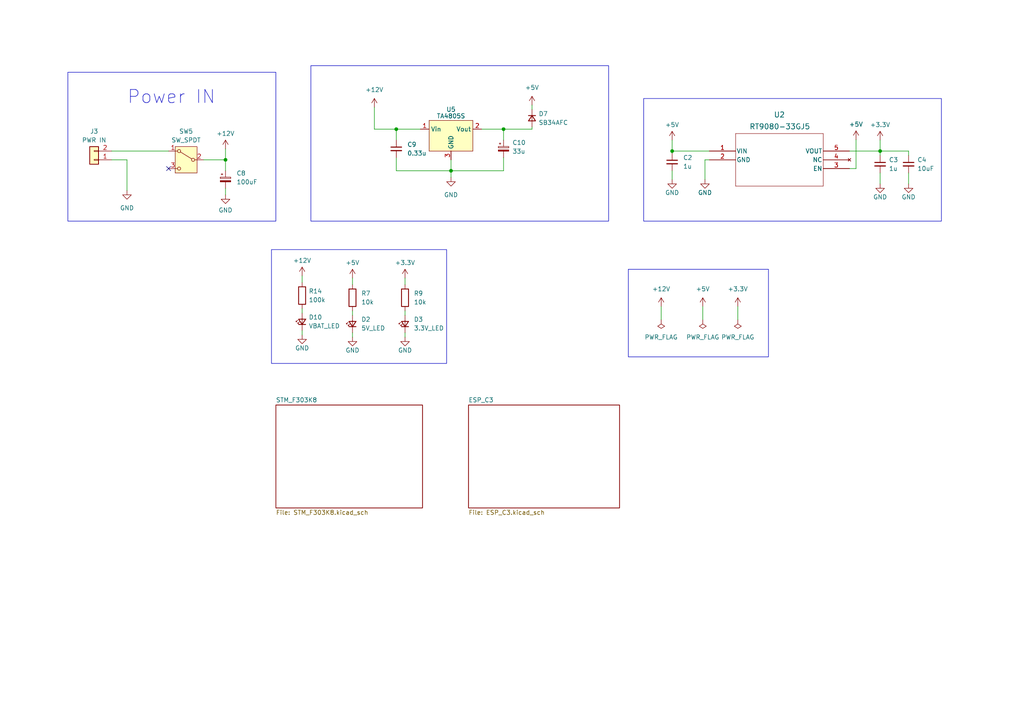
<source format=kicad_sch>
(kicad_sch (version 20230121) (generator eeschema)
  (paper "A4")
  (lib_symbols
    (symbol "Connector_Generic:Conn_01x02" (pin_names (offset 1.016) hide)
      (property "Reference" "J" (at 0 2.54 0))
      (property "Value" "Conn_01x02" (at 0 -5.08 0))
      (symbol "Conn_01x02_1_1"
        (rectangle (start -1.27 -2.413) (end 0 -2.667) (stroke (width 0.1524)))
        (rectangle (start -1.27 0.127) (end 0 -0.127) (stroke (width 0.1524)))
        (rectangle (start -1.27 1.27) (end 1.27 -3.81) (stroke (width 0.254)) (fill (type background)))
        (pin passive line (at -5.08 0 0) (length 3.81) (name "Pin_1") (number "1"))
        (pin passive line (at -5.08 -2.54 0) (length 3.81) (name "Pin_2") (number "2"))
      )
    )
    (symbol "Device:C_Polarized_Small" (pin_numbers hide) (pin_names (offset 0.254) hide)
      (property "Reference" "C" (at 0.254 1.778 0))
      (property "Value" "C_Polarized_Small" (at 0.254 -2.032 0))
      (symbol "C_Polarized_Small_0_1"
        (rectangle (start -1.524 -0.3048) (end 1.524 -0.6858) (fill (type outline)))
        (rectangle (start -1.524 0.6858) (end 1.524 0.3048))
        (polyline (pts (xy -1.27 1.524) (xy -0.762 1.524)))
        (polyline (pts (xy -1.016 1.27) (xy -1.016 1.778)))
      )
      (symbol "C_Polarized_Small_1_1"
        (pin passive line (at 0 2.54 270) (length 1.8542) (name "~") (number "1"))
        (pin passive line (at 0 -2.54 90) (length 1.8542) (name "~") (number "2"))
      )
    )
    (symbol "Device:C_Small" (pin_numbers hide) (pin_names (offset 0.254) hide)
      (property "Reference" "C" (at 0.254 1.778 0))
      (property "Value" "C_Small" (at 0.254 -2.032 0))
      (symbol "C_Small_0_1"
        (polyline (pts (xy -1.524 -0.508) (xy 1.524 -0.508)) (stroke (width 0.3302)))
        (polyline (pts (xy -1.524 0.508) (xy 1.524 0.508)) (stroke (width 0.3048)))
      )
      (symbol "C_Small_1_1"
        (pin passive line (at 0 2.54 270) (length 2.032) (name "~") (number "1"))
        (pin passive line (at 0 -2.54 90) (length 2.032) (name "~") (number "2"))
      )
    )
    (symbol "Device:D_Small" (pin_numbers hide) (pin_names (offset 0.254) hide)
      (property "Reference" "D" (at -1.27 2.032 0))
      (property "Value" "D_Small" (at -3.81 -2.032 0))
      (symbol "D_Small_0_1"
        (polyline (pts (xy -0.762 -1.016) (xy -0.762 1.016)) (stroke (width 0.254)))
        (polyline (pts (xy -0.762 0) (xy 0.762 0)))
        (polyline (pts (xy 0.762 -1.016) (xy -0.762 0) (xy 0.762 1.016) (xy 0.762 -1.016)) (stroke (width 0.254)))
      )
      (symbol "D_Small_1_1"
        (pin passive line (at -2.54 0 0) (length 1.778) (name "K") (number "1"))
        (pin passive line (at 2.54 0 180) (length 1.778) (name "A") (number "2"))
      )
    )
    (symbol "Device:LED_Small" (pin_numbers hide) (pin_names (offset 0.254) hide)
      (property "Reference" "D" (at -1.27 3.175 0))
      (property "Value" "LED_Small" (at -4.445 -2.54 0))
      (symbol "LED_Small_0_1"
        (polyline (pts (xy -0.762 -1.016) (xy -0.762 1.016)) (stroke (width 0.254)))
        (polyline (pts (xy 1.016 0) (xy -0.762 0)))
        (polyline (pts (xy 0.762 -1.016) (xy -0.762 0) (xy 0.762 1.016) (xy 0.762 -1.016)) (stroke (width 0.254)))
        (polyline (pts (xy 0 0.762) (xy -0.508 1.27) (xy -0.254 1.27) (xy -0.508 1.27) (xy -0.508 1.016)))
        (polyline (pts (xy 0.508 1.27) (xy 0 1.778) (xy 0.254 1.778) (xy 0 1.778) (xy 0 1.524)))
      )
      (symbol "LED_Small_1_1"
        (pin passive line (at -2.54 0 0) (length 1.778) (name "K") (number "1"))
        (pin passive line (at 2.54 0 180) (length 1.778) (name "A") (number "2"))
      )
    )
    (symbol "Device:R" (pin_numbers hide) (pin_names (offset 0))
      (property "Reference" "R" (at 2.032 0 90))
      (property "Value" "R" (at 0 0 90))
      (symbol "R_0_1"
        (rectangle (start -1.016 -2.54) (end 1.016 2.54) (stroke (width 0.254)))
      )
      (symbol "R_1_1"
        (pin passive line (at 0 3.81 270) (length 1.27) (name "~") (number "1"))
        (pin passive line (at 0 -3.81 90) (length 1.27) (name "~") (number "2"))
      )
    )
    (symbol "New_Library:TA4805S"
      (property "Reference" "U" (at 2.54 3.81 0))
      (symbol "TA4805S_0_0"
        (pin passive line (at -6.35 0 0) (length 2.54) (name "Vin") (number "1"))
        (pin passive line (at 11.43 0 180) (length 2.54) (name "Vout") (number "2"))
        (pin passive line (at 2.54 -8.89 90) (length 2.54) (name "GND") (number "3"))
      )
      (symbol "TA4805S_1_1"
        (rectangle (start -3.81 2.54) (end 8.89 -6.35) (fill (type background)))
      )
    )
    (symbol "RT9080:RT9080-33GJ5" (pin_names (offset 0.254))
      (property "Reference" "U" (at 20.32 10.16 0))
      (property "Value" "RT9080-33GJ5" (at 20.32 7.62 0))
      (symbol "RT9080-33GJ5_0_1"
        (polyline (pts (xy 7.62 -10.16) (xy 33.02 -10.16)) (stroke (width 0.127)))
        (polyline (pts (xy 7.62 5.08) (xy 7.62 -10.16)) (stroke (width 0.127)))
        (polyline (pts (xy 33.02 -10.16) (xy 33.02 5.08)) (stroke (width 0.127)))
        (polyline (pts (xy 33.02 5.08) (xy 7.62 5.08)) (stroke (width 0.127)))
        (pin power_in line (at 0 0 0) (length 7.62) (name "VIN") (number "1"))
        (pin power_out line (at 0 -2.54 0) (length 7.62) (name "GND") (number "2"))
        (pin input line (at 40.64 -5.08 180) (length 7.62) (name "EN") (number "3"))
        (pin no_connect line (at 40.64 -2.54 180) (length 7.62) (name "NC") (number "4"))
        (pin output line (at 40.64 0 180) (length 7.62) (name "VOUT") (number "5"))
      )
    )
    (symbol "Switch:SW_SPDT" (pin_names (offset 0) hide)
      (property "Reference" "SW" (at 0 5.08 0))
      (property "Value" "SW_SPDT" (at 0 -5.08 0))
      (symbol "SW_SPDT_0_1"
        (circle (center -2.032 0) (radius 0.4572))
        (polyline (pts (xy -1.651 0.254) (xy 1.651 2.286)))
        (circle (center 2.032 -2.54) (radius 0.4572))
        (circle (center 2.032 2.54) (radius 0.4572))
      )
      (symbol "SW_SPDT_1_1"
        (rectangle (start -3.175 3.81) (end 3.175 -3.81) (fill (type background)))
        (pin passive line (at 5.08 2.54 180) (length 2.54) (name "A") (number "1"))
        (pin passive line (at -5.08 0 0) (length 2.54) (name "B") (number "2"))
        (pin passive line (at 5.08 -2.54 180) (length 2.54) (name "C") (number "3"))
      )
    )
    (symbol "power:+12V" (power) (pin_names (offset 0))
      (property "Value" "+12V" (at 0 3.556 0))
      (symbol "+12V_0_1"
        (polyline (pts (xy -0.762 1.27) (xy 0 2.54)))
        (polyline (pts (xy 0 0) (xy 0 2.54)))
        (polyline (pts (xy 0 2.54) (xy 0.762 1.27)))
      )
      (symbol "+12V_1_1"
        (pin power_in line (at 0 0 90) (length 0) hide (name "+12V") (number "1"))
      )
    )
    (symbol "power:+3.3V" (power) (pin_names (offset 0))
      (property "Value" "+3.3V" (at 0 3.556 0))
      (symbol "+3.3V_0_1"
        (polyline (pts (xy -0.762 1.27) (xy 0 2.54)))
        (polyline (pts (xy 0 0) (xy 0 2.54)))
        (polyline (pts (xy 0 2.54) (xy 0.762 1.27)))
      )
      (symbol "+3.3V_1_1"
        (pin power_in line (at 0 0 90) (length 0) hide (name "+3.3V") (number "1"))
      )
    )
    (symbol "power:+5V" (power) (pin_names (offset 0))
      (property "Value" "+5V" (at 0 3.556 0))
      (symbol "+5V_0_1"
        (polyline (pts (xy -0.762 1.27) (xy 0 2.54)))
        (polyline (pts (xy 0 0) (xy 0 2.54)))
        (polyline (pts (xy 0 2.54) (xy 0.762 1.27)))
      )
      (symbol "+5V_1_1"
        (pin power_in line (at 0 0 90) (length 0) hide (name "+5V") (number "1"))
      )
    )
    (symbol "power:GND" (power) (pin_names (offset 0))
      (property "Value" "GND" (at 0 -3.81 0))
      (symbol "GND_0_1"
        (polyline (pts (xy 0 0) (xy 0 -1.27) (xy 1.27 -1.27) (xy 0 -2.54) (xy -1.27 -1.27) (xy 0 -1.27)))
      )
      (symbol "GND_1_1"
        (pin power_in line (at 0 0 270) (length 0) hide (name "GND") (number "1"))
      )
    )
    (symbol "power:PWR_FLAG" (power) (pin_numbers hide) (pin_names (offset 0) hide)
      (property "Value" "PWR_FLAG" (at 0 3.81 0))
      (symbol "PWR_FLAG_0_0"
        (pin power_out line (at 0 0 90) (length 0) (name "pwr") (number "1"))
      )
      (symbol "PWR_FLAG_0_1"
        (polyline (pts (xy 0 0) (xy 0 1.27) (xy -1.016 1.905) (xy 0 2.54) (xy 1.016 1.905) (xy 0 1.27)))
      )
    )
  )
  (junction (at 194.945 43.815))
  (junction (at 255.27 43.815))
  (junction (at 146.05 37.465))
  (junction (at 114.935 37.465))
  (junction (at 130.81 49.53))
  (junction (at 65.405 46.355))
  (no_connect (at 48.895 48.895))
  (wire (pts (xy 246.38 48.895) (xy 248.285 48.895)))
  (wire (pts (xy 154.305 30.48) (xy 154.305 31.75)))
  (wire (pts (xy 32.385 46.355) (xy 36.83 46.355)))
  (wire (pts (xy 102.235 80.645) (xy 102.235 82.55)))
  (wire (pts (xy 87.63 95.885) (xy 87.63 97.155)))
  (wire (pts (xy 263.525 45.085) (xy 263.525 43.815)))
  (wire (pts (xy 32.385 43.815) (xy 48.895 43.815)))
  (wire (pts (xy 87.63 89.535) (xy 87.63 90.805)))
  (wire (pts (xy 194.945 43.815) (xy 194.945 44.45)))
  (wire (pts (xy 146.05 45.72) (xy 146.05 49.53)))
  (wire (pts (xy 114.935 45.72) (xy 114.935 49.53)))
  (wire (pts (xy 117.475 90.17) (xy 117.475 91.44)))
  (wire (pts (xy 255.27 43.815) (xy 255.27 40.64)))
  (wire (pts (xy 102.235 90.17) (xy 102.235 91.44)))
  (wire (pts (xy 130.81 51.435) (xy 130.81 49.53)))
  (wire (pts (xy 146.05 49.53) (xy 130.81 49.53)))
  (wire (pts (xy 204.47 52.07) (xy 204.47 46.355)))
  (wire (pts (xy 204.47 46.355) (xy 205.74 46.355)))
  (wire (pts (xy 117.475 80.645) (xy 117.475 82.55)))
  (wire (pts (xy 146.05 37.465) (xy 139.7 37.465)))
  (wire (pts (xy 108.585 37.465) (xy 114.935 37.465)))
  (wire (pts (xy 255.27 43.815) (xy 255.27 45.085)))
  (wire (pts (xy 213.995 92.71) (xy 213.995 88.9)))
  (wire (pts (xy 255.27 50.165) (xy 255.27 53.34)))
  (wire (pts (xy 114.935 37.465) (xy 121.92 37.465)))
  (wire (pts (xy 102.235 96.52) (xy 102.235 97.79)))
  (wire (pts (xy 130.81 49.53) (xy 130.81 46.355)))
  (wire (pts (xy 194.945 49.53) (xy 194.945 52.07)))
  (wire (pts (xy 146.05 37.465) (xy 146.05 40.64)))
  (wire (pts (xy 194.945 40.64) (xy 194.945 43.815)))
  (wire (pts (xy 114.935 37.465) (xy 114.935 40.64)))
  (wire (pts (xy 117.475 96.52) (xy 117.475 97.79)))
  (wire (pts (xy 65.405 56.515) (xy 65.405 54.61)))
  (wire (pts (xy 248.285 40.513) (xy 248.285 48.895)))
  (wire (pts (xy 255.27 43.815) (xy 263.525 43.815)))
  (wire (pts (xy 194.945 43.815) (xy 205.74 43.815)))
  (wire (pts (xy 65.405 46.355) (xy 65.405 49.53)))
  (wire (pts (xy 154.305 37.465) (xy 146.05 37.465)))
  (wire (pts (xy 36.83 46.355) (xy 36.83 55.245)))
  (wire (pts (xy 246.38 43.815) (xy 255.27 43.815)))
  (wire (pts (xy 263.525 50.165) (xy 263.525 53.34)))
  (wire (pts (xy 154.305 36.83) (xy 154.305 37.465)))
  (wire (pts (xy 108.585 31.115) (xy 108.585 37.465)))
  (wire (pts (xy 203.835 88.9) (xy 203.835 92.71)))
  (wire (pts (xy 191.77 92.71) (xy 191.77 88.9)))
  (wire (pts (xy 114.935 49.53) (xy 130.81 49.53)))
  (wire (pts (xy 65.405 43.18) (xy 65.405 46.355)))
  (wire (pts (xy 59.055 46.355) (xy 65.405 46.355)))
  (wire (pts (xy 87.63 81.915) (xy 87.63 80.01)))
  (rectangle (start 19.685 20.955) (end 80.01 64.135))
  (rectangle (start 182.245 78.105) (end 222.885 103.505))
  (rectangle (start 186.69 28.575) (end 273.05 64.135))
  (rectangle (start 90.17 19.05) (end 176.53 64.135))
  (rectangle (start 78.74 72.39) (end 129.54 105.41))
  (text "Power IN" (at 36.83 30.48 0) (effects (font (size 3.81 3.81)) (justify left bottom)))
  (symbol (lib_id "power:+3.3V") (at 255.27 40.64 0) (unit 1)
    (property "Reference" "#PWR013" (effects hide))
    (property "Value" "+3.3V" (at 255.27 36.195 0))
  )
  (symbol (lib_id "power:PWR_FLAG") (at 191.77 92.71 180) (unit 1)
    (property "Reference" "#FLG04" (effects hide))
    (property "Value" "PWR_FLAG" (at 191.77 97.79 0))
  )
  (symbol (lib_id "power:PWR_FLAG") (at 213.995 92.71 180) (unit 1)
    (property "Reference" "#FLG03" (effects hide))
    (property "Value" "PWR_FLAG" (at 213.995 97.79 0))
  )
  (symbol (lib_id "power:GND") (at 255.27 53.34 0) (unit 1)
    (property "Reference" "#PWR014" (effects hide))
    (property "Value" "GND" (at 255.27 57.15 0))
  )
  (symbol (lib_id "power:GND") (at 87.63 97.155 0) (unit 1)
    (property "Reference" "#PWR030" (effects hide))
    (property "Value" "GND" (at 87.63 100.965 0))
  )
  (symbol (lib_id "Device:C_Polarized_Small") (at 65.405 52.07 0) (unit 1)
    (property "Reference" "C8" (at 68.58 50.2539 0) (effects (justify left)))
    (property "Value" "100uF" (at 68.58 52.7939 0) (effects (justify left)))
    (property "Footprint" "Capacitor_THT:CP_Radial_D5.0mm_P2.00mm" (effects hide))
  )
  (symbol (lib_id "power:GND") (at 102.235 97.79 0) (unit 1)
    (property "Reference" "#PWR028" (effects hide))
    (property "Value" "GND" (at 102.235 101.6 0))
  )
  (symbol (lib_id "RT9080:RT9080-33GJ5") (at 205.74 43.815 0) (unit 1)
    (property "Reference" "U2" (at 226.06 33.274 0) (effects (font (size 1.524 1.524))))
    (property "Value" "RT9080-33GJ5" (at 226.187 36.703 0) (effects (font (size 1.524 1.524))))
    (property "Footprint" "Library:RT9080-33GJ5" (effects hide))
    (property "Datasheet" "RT9080-33GJ5" (effects hide))
  )
  (symbol (lib_id "power:+5V") (at 102.235 80.645 0) (unit 1)
    (property "Reference" "#PWR027" (effects hide))
    (property "Value" "+5V" (at 102.235 76.2 0))
  )
  (symbol (lib_id "Device:C_Small") (at 194.945 46.99 0) (unit 1)
    (property "Reference" "C2" (at 198.12 45.7263 0) (effects (justify left)))
    (property "Value" "1u" (at 198.12 48.2663 0) (effects (justify left)))
    (property "Footprint" "Capacitor_SMD:C_0603_1608Metric_Pad1.08x0.95mm_HandSolder" (effects hide))
  )
  (symbol (lib_id "power:+12V") (at 87.63 80.01 0) (unit 1)
    (property "Reference" "#PWR053" (effects hide))
    (property "Value" "+12V" (at 87.63 75.565 0))
  )
  (symbol (lib_id "power:GND") (at 204.47 52.07 0) (unit 1)
    (property "Reference" "#PWR011" (effects hide))
    (property "Value" "GND" (at 204.47 55.88 0))
  )
  (symbol (lib_id "Device:LED_Small") (at 117.475 93.98 90) (unit 1)
    (property "Reference" "D3" (at 120.015 92.6465 90) (effects (justify right)))
    (property "Value" "3.3V_LED" (at 120.015 95.1865 90) (effects (justify right)))
    (property "Footprint" "LED_SMD:LED_0603_1608Metric_Pad1.05x0.95mm_HandSolder" (effects hide))
  )
  (symbol (lib_id "Device:C_Small") (at 263.525 47.625 0) (unit 1)
    (property "Reference" "C4" (at 266.065 46.355 0) (effects (justify left)))
    (property "Value" "10uF" (at 266.065 48.895 0) (effects (justify left)))
    (property "Footprint" "Capacitor_SMD:C_0805_2012Metric_Pad1.18x1.45mm_HandSolder" (effects hide))
  )
  (symbol (lib_id "power:+3.3V") (at 117.475 80.645 0) (unit 1)
    (property "Reference" "#PWR031" (effects hide))
    (property "Value" "+3.3V" (at 117.475 76.2 0))
  )
  (symbol (lib_id "power:GND") (at 117.475 97.79 0) (unit 1)
    (property "Reference" "#PWR032" (effects hide))
    (property "Value" "GND" (at 117.475 101.6 0))
  )
  (symbol (lib_id "Device:LED_Small") (at 87.63 93.345 90) (unit 1)
    (property "Reference" "D10" (at 89.535 92.0115 90) (effects (justify right)))
    (property "Value" "VBAT_LED" (at 89.535 94.5515 90) (effects (justify right)))
    (property "Footprint" "LED_SMD:LED_0603_1608Metric_Pad1.05x0.95mm_HandSolder" (effects hide))
  )
  (symbol (lib_id "power:+12V") (at 108.585 31.115 0) (unit 1)
    (property "Reference" "#PWR051" (effects hide))
    (property "Value" "+12V" (at 108.585 26.035 0))
  )
  (symbol (lib_id "Device:D_Small") (at 154.305 34.29 270) (unit 1)
    (property "Reference" "D7" (at 156.21 33.02 90) (effects (justify left)))
    (property "Value" "SB34AFC" (at 156.21 35.56 90) (effects (justify left)))
    (property "Footprint" "Library:SODFL4725X110N" (effects hide))
    (property "Sim.Device" "D" (effects hide))
    (property "Sim.Pins" "1=K 2=A" (effects hide))
  )
  (symbol (lib_id "power:GND") (at 36.83 55.245 0) (unit 1)
    (property "Reference" "#PWR074" (effects hide))
    (property "Value" "GND" (at 36.83 60.325 0))
  )
  (symbol (lib_id "power:+12V") (at 191.77 88.9 0) (unit 1)
    (property "Reference" "#PWR044" (effects hide))
    (property "Value" "+12V" (at 191.77 83.82 0))
  )
  (symbol (lib_id "power:+12V") (at 65.405 43.18 0) (unit 1)
    (property "Reference" "#PWR068" (effects hide))
    (property "Value" "+12V" (at 65.405 38.735 0))
  )
  (symbol (lib_id "power:+5V") (at 154.305 30.48 0) (unit 1)
    (property "Reference" "#PWR046" (effects hide))
    (property "Value" "+5V" (at 154.305 25.4 0))
  )
  (symbol (lib_id "Device:C_Small") (at 255.27 47.625 0) (unit 1)
    (property "Reference" "C3" (at 257.81 46.3613 0) (effects (justify left)))
    (property "Value" "1u" (at 257.81 48.9013 0) (effects (justify left)))
    (property "Footprint" "Capacitor_SMD:C_0603_1608Metric_Pad1.08x0.95mm_HandSolder" (effects hide))
  )
  (symbol (lib_id "power:GND") (at 263.525 53.34 0) (unit 1)
    (property "Reference" "#PWR015" (effects hide))
    (property "Value" "GND" (at 263.525 57.15 0))
  )
  (symbol (lib_id "Device:C_Polarized_Small") (at 146.05 43.18 0) (unit 1)
    (property "Reference" "C10" (at 148.59 41.3639 0) (effects (justify left)))
    (property "Value" "33u" (at 148.59 43.9039 0) (effects (justify left)))
    (property "Footprint" "Capacitor_THT:CP_Radial_D5.0mm_P2.00mm" (effects hide))
  )
  (symbol (lib_id "Switch:SW_SPDT") (at 53.975 46.355 0) (mirror y) (unit 1)
    (property "Reference" "SW5" (at 53.975 38.1 0))
    (property "Value" "SW_SPDT" (at 53.975 40.64 0))
    (property "Footprint" "Library:2MS1T1B4VS2QES" (effects hide))
  )
  (symbol (lib_id "power:PWR_FLAG") (at 203.835 92.71 180) (unit 1)
    (property "Reference" "#FLG01" (effects hide))
    (property "Value" "PWR_FLAG" (at 203.835 97.79 0))
  )
  (symbol (lib_id "Device:R") (at 87.63 85.725 0) (unit 1)
    (property "Reference" "R14" (at 89.535 84.455 0) (effects (justify left)))
    (property "Value" "100k" (at 89.535 86.995 0) (effects (justify left)))
    (property "Footprint" "Resistor_SMD:R_0603_1608Metric_Pad0.98x0.95mm_HandSolder" (effects hide))
  )
  (symbol (lib_id "power:+5V") (at 248.285 40.513 0) (unit 1)
    (property "Reference" "#PWR012" (effects hide))
    (property "Value" "+5V" (at 248.285 36.068 0))
  )
  (symbol (lib_id "Device:R") (at 102.235 86.36 0) (unit 1)
    (property "Reference" "R7" (at 104.775 85.09 0) (effects (justify left)))
    (property "Value" "10k" (at 104.775 87.63 0) (effects (justify left)))
    (property "Footprint" "Resistor_SMD:R_0603_1608Metric_Pad0.98x0.95mm_HandSolder" (effects hide))
  )
  (symbol (lib_id "Device:LED_Small") (at 102.235 93.98 90) (unit 1)
    (property "Reference" "D2" (at 104.775 92.6465 90) (effects (justify right)))
    (property "Value" "5V_LED" (at 104.775 95.1865 90) (effects (justify right)))
    (property "Footprint" "LED_SMD:LED_0603_1608Metric_Pad1.05x0.95mm_HandSolder" (effects hide))
  )
  (symbol (lib_id "power:+5V") (at 194.945 40.64 0) (unit 1)
    (property "Reference" "#PWR09" (effects hide))
    (property "Value" "+5V" (at 194.945 36.195 0))
  )
  (symbol (lib_id "power:GND") (at 65.405 56.515 0) (unit 1)
    (property "Reference" "#PWR052" (effects hide))
    (property "Value" "GND" (at 65.405 60.96 0))
  )
  (symbol (lib_id "power:GND") (at 194.945 52.07 0) (unit 1)
    (property "Reference" "#PWR010" (effects hide))
    (property "Value" "GND" (at 194.945 55.88 0))
  )
  (symbol (lib_id "power:GND") (at 130.81 51.435 0) (unit 1)
    (property "Reference" "#PWR042" (effects hide))
    (property "Value" "GND" (at 130.81 56.515 0))
  )
  (symbol (lib_id "power:+3.3V") (at 213.995 88.9 0) (unit 1)
    (property "Reference" "#PWR039" (effects hide))
    (property "Value" "+3.3V" (at 213.995 83.82 0))
  )
  (symbol (lib_id "Device:C_Small") (at 114.935 43.18 0) (unit 1)
    (property "Reference" "C9" (at 118.11 41.9163 0) (effects (justify left)))
    (property "Value" "0.33u" (at 118.11 44.4563 0) (effects (justify left)))
    (property "Footprint" "Capacitor_THT:C_Radial_D10.0mm_H12.5mm_P5.00mm" (effects hide))
  )
  (symbol (lib_id "power:+5V") (at 203.835 88.9 0) (unit 1)
    (property "Reference" "#PWR038" (effects hide))
    (property "Value" "+5V" (at 203.835 83.82 0))
  )
  (symbol (lib_id "New_Library:TA4805S") (at 128.27 37.465 0) (unit 1)
    (property "Reference" "U5" (at 130.81 31.75 0))
    (property "Value" "TA4805S" (at 130.81 33.655 0))
    (property "Footprint" "Library:TA4805S" (effects hide))
  )
  (symbol (lib_id "Device:R") (at 117.475 86.36 0) (unit 1)
    (property "Reference" "R9" (at 120.015 85.09 0) (effects (justify left)))
    (property "Value" "10k" (at 120.015 87.63 0) (effects (justify left)))
    (property "Footprint" "Resistor_SMD:R_0603_1608Metric_Pad0.98x0.95mm_HandSolder" (effects hide))
  )
  (symbol (lib_id "Connector_Generic:Conn_01x02") (at 27.305 46.355 180) (unit 1)
    (property "Reference" "J3" (at 27.305 38.1 0))
    (property "Value" "PWR IN" (at 27.305 40.64 0))
    (property "Footprint" "Connector_JST:JST_XA_B02B-XASK-1_1x02_P2.50mm_Vertical" (effects hide))
  )
  (sheet (at 135.89 117.475) (size 43.815 29.845) (stroke (width 0.1524))
    (property "Sheetname" "ESP_C3" (at 135.89 116.7634 0) (effects (justify left bottom)))
    (property "Sheetfile" "ESP_C3.kicad_sch" (at 135.89 147.9046 0) (effects (justify left top)))
  )
  (sheet (at 80.01 117.475) (size 42.545 29.845) (stroke (width 0.1524))
    (property "Sheetname" "STM_F303K8" (at 80.01 116.7634 0) (effects (justify left bottom)))
    (property "Sheetfile" "STM_F303K8.kicad_sch" (at 80.01 147.9046 0) (effects (justify left top)))
  )
)
</source>
